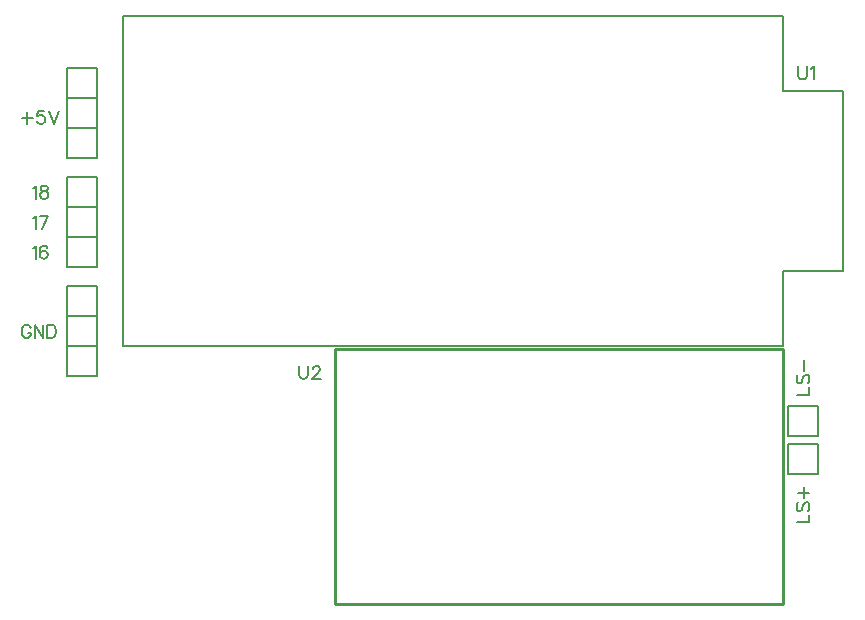
<source format=gto>
G04 Layer: TopSilkscreenLayer*
G04 EasyEDA v6.5.46, 2024-09-06 20:46:00*
G04 ee909672bfd0416e87b19a6d4beb8481,6b50037bb1584808a520f39feb1544fe,10*
G04 Gerber Generator version 0.2*
G04 Scale: 100 percent, Rotated: No, Reflected: No *
G04 Dimensions in millimeters *
G04 leading zeros omitted , absolute positions ,4 integer and 5 decimal *
%FSLAX45Y45*%
%MOMM*%

%ADD10C,0.1524*%
%ADD11C,0.2032*%
%ADD12C,0.2030*%
%ADD13C,0.2540*%
%ADD14C,0.1520*%

%LPD*%
D10*
X-6995883Y3242807D02*
G01*
X-6985469Y3247887D01*
X-6969975Y3263635D01*
X-6969975Y3154415D01*
X-6873455Y3247887D02*
G01*
X-6878535Y3258301D01*
X-6894029Y3263635D01*
X-6904443Y3263635D01*
X-6920191Y3258301D01*
X-6930605Y3242807D01*
X-6935685Y3216645D01*
X-6935685Y3190737D01*
X-6930605Y3169909D01*
X-6920191Y3159495D01*
X-6904443Y3154415D01*
X-6899363Y3154415D01*
X-6883869Y3159495D01*
X-6873455Y3169909D01*
X-6868121Y3185657D01*
X-6868121Y3190737D01*
X-6873455Y3206485D01*
X-6883869Y3216645D01*
X-6899363Y3221979D01*
X-6904443Y3221979D01*
X-6920191Y3216645D01*
X-6930605Y3206485D01*
X-6935685Y3190737D01*
X-6996087Y3497082D02*
G01*
X-6985673Y3502416D01*
X-6969925Y3517910D01*
X-6969925Y3408944D01*
X-6862991Y3517910D02*
G01*
X-6915061Y3408944D01*
X-6935635Y3517910D02*
G01*
X-6862991Y3517910D01*
X-6996087Y3751582D02*
G01*
X-6985673Y3756662D01*
X-6969925Y3772410D01*
X-6969925Y3663190D01*
X-6909727Y3772410D02*
G01*
X-6925221Y3767076D01*
X-6930555Y3756662D01*
X-6930555Y3746248D01*
X-6925221Y3736088D01*
X-6915061Y3730754D01*
X-6894233Y3725674D01*
X-6878485Y3720340D01*
X-6868071Y3709926D01*
X-6862991Y3699512D01*
X-6862991Y3684018D01*
X-6868071Y3673604D01*
X-6873405Y3668524D01*
X-6888899Y3663190D01*
X-6909727Y3663190D01*
X-6925221Y3668524D01*
X-6930555Y3673604D01*
X-6935635Y3684018D01*
X-6935635Y3699512D01*
X-6930555Y3709926D01*
X-6920141Y3720340D01*
X-6904647Y3725674D01*
X-6883819Y3730754D01*
X-6873405Y3736088D01*
X-6868071Y3746248D01*
X-6868071Y3756662D01*
X-6873405Y3767076D01*
X-6888899Y3772410D01*
X-6909727Y3772410D01*
X-4738115Y2245868D02*
G01*
X-4738115Y2167889D01*
X-4733036Y2152395D01*
X-4722621Y2141981D01*
X-4707128Y2136902D01*
X-4696713Y2136902D01*
X-4680965Y2141981D01*
X-4670552Y2152395D01*
X-4665471Y2167889D01*
X-4665471Y2245868D01*
X-4625847Y2219960D02*
G01*
X-4625847Y2225039D01*
X-4620768Y2235454D01*
X-4615687Y2240787D01*
X-4605273Y2245868D01*
X-4584445Y2245868D01*
X-4574031Y2240787D01*
X-4568697Y2235454D01*
X-4563618Y2225039D01*
X-4563618Y2214879D01*
X-4568697Y2204465D01*
X-4579112Y2188718D01*
X-4631181Y2136902D01*
X-4558537Y2136902D01*
X-513334Y4782312D02*
G01*
X-513334Y4704587D01*
X-508254Y4688839D01*
X-497839Y4678426D01*
X-482345Y4673345D01*
X-471931Y4673345D01*
X-456184Y4678426D01*
X-445770Y4688839D01*
X-440689Y4704587D01*
X-440689Y4782312D01*
X-406400Y4761737D02*
G01*
X-395986Y4766818D01*
X-380492Y4782312D01*
X-380492Y4673345D01*
X-528723Y2003374D02*
G01*
X-419757Y2003374D01*
X-419757Y2003374D02*
G01*
X-419757Y2065604D01*
X-513229Y2172792D02*
G01*
X-523643Y2162378D01*
X-528723Y2146884D01*
X-528723Y2126056D01*
X-523643Y2110308D01*
X-513229Y2099894D01*
X-502815Y2099894D01*
X-492401Y2105228D01*
X-487067Y2110308D01*
X-481987Y2120722D01*
X-471573Y2151964D01*
X-466493Y2162378D01*
X-461159Y2167458D01*
X-450745Y2172792D01*
X-435251Y2172792D01*
X-424837Y2162378D01*
X-419757Y2146884D01*
X-419757Y2126056D01*
X-424837Y2110308D01*
X-435251Y2099894D01*
X-466493Y2207082D02*
G01*
X-466493Y2300554D01*
X-528728Y922172D02*
G01*
X-419762Y922172D01*
X-419762Y922172D02*
G01*
X-419762Y984402D01*
X-513234Y1091590D02*
G01*
X-523648Y1081176D01*
X-528728Y1065682D01*
X-528728Y1044854D01*
X-523648Y1029106D01*
X-513234Y1018692D01*
X-502820Y1018692D01*
X-492406Y1024026D01*
X-487072Y1029106D01*
X-481992Y1039520D01*
X-471578Y1070762D01*
X-466498Y1081176D01*
X-461164Y1086256D01*
X-450750Y1091590D01*
X-435256Y1091590D01*
X-424842Y1081176D01*
X-419762Y1065682D01*
X-419762Y1044854D01*
X-424842Y1029106D01*
X-435256Y1018692D01*
X-513234Y1172616D02*
G01*
X-419762Y1172616D01*
X-466498Y1125880D02*
G01*
X-466498Y1219352D01*
X-7044674Y4392805D02*
G01*
X-7044674Y4299333D01*
X-7091410Y4346069D02*
G01*
X-6997938Y4346069D01*
X-6901164Y4408299D02*
G01*
X-6953234Y4408299D01*
X-6958314Y4361563D01*
X-6953234Y4366643D01*
X-6937740Y4371977D01*
X-6921992Y4371977D01*
X-6906498Y4366643D01*
X-6896084Y4356483D01*
X-6890750Y4340735D01*
X-6890750Y4330321D01*
X-6896084Y4314827D01*
X-6906498Y4304413D01*
X-6921992Y4299333D01*
X-6937740Y4299333D01*
X-6953234Y4304413D01*
X-6958314Y4309493D01*
X-6963648Y4319907D01*
X-6856460Y4408299D02*
G01*
X-6815058Y4299333D01*
X-6773402Y4408299D02*
G01*
X-6815058Y4299333D01*
X-7013422Y2569817D02*
G01*
X-7018756Y2580231D01*
X-7029170Y2590645D01*
X-7039330Y2595725D01*
X-7060158Y2595725D01*
X-7070572Y2590645D01*
X-7080986Y2580231D01*
X-7086320Y2569817D01*
X-7091400Y2554069D01*
X-7091400Y2528161D01*
X-7086320Y2512667D01*
X-7080986Y2502253D01*
X-7070572Y2491839D01*
X-7060158Y2486759D01*
X-7039330Y2486759D01*
X-7029170Y2491839D01*
X-7018756Y2502253D01*
X-7013422Y2512667D01*
X-7013422Y2528161D01*
X-7039330Y2528161D02*
G01*
X-7013422Y2528161D01*
X-6979132Y2595725D02*
G01*
X-6979132Y2486759D01*
X-6979132Y2595725D02*
G01*
X-6906488Y2486759D01*
X-6906488Y2595725D02*
G01*
X-6906488Y2486759D01*
X-6872198Y2595725D02*
G01*
X-6872198Y2486759D01*
X-6872198Y2595725D02*
G01*
X-6835876Y2595725D01*
X-6820128Y2590645D01*
X-6809714Y2580231D01*
X-6804634Y2569817D01*
X-6799300Y2554069D01*
X-6799300Y2528161D01*
X-6804634Y2512667D01*
X-6809714Y2502253D01*
X-6820128Y2491839D01*
X-6835876Y2486759D01*
X-6872198Y2486759D01*
D11*
X-6455663Y3084829D02*
G01*
X-6709663Y3084829D01*
X-6709663Y3338829D01*
X-6455663Y3338829D01*
X-6455663Y3148329D01*
D12*
X-6455663Y3084829D02*
G01*
X-6455663Y3148329D01*
D11*
X-6455663Y3339084D02*
G01*
X-6709663Y3339084D01*
X-6709663Y3593084D01*
X-6455663Y3593084D01*
X-6455663Y3402584D01*
D12*
X-6455663Y3339084D02*
G01*
X-6455663Y3402584D01*
D11*
X-6455663Y3593592D02*
G01*
X-6709663Y3593592D01*
X-6709663Y3847592D01*
X-6455663Y3847592D01*
X-6455663Y3657092D01*
D12*
X-6455663Y3593592D02*
G01*
X-6455663Y3657092D01*
D13*
X-4439996Y233502D02*
G01*
X-4439996Y2393492D01*
X-640003Y2393492D01*
X-640003Y233502D01*
X-4439996Y233502D01*
D14*
X-513085Y4578093D02*
G01*
X-513079Y4578095D01*
X-132079Y4578095D01*
X-132079Y3054095D01*
X-513079Y3054095D01*
D10*
X-513079Y4578095D02*
G01*
X-640079Y4578095D01*
X-640079Y5213095D01*
X-6228079Y5213095D01*
X-6228079Y2419095D01*
X-640079Y2419095D01*
X-640079Y3054095D01*
X-513079Y3054095D01*
D11*
X-349999Y1653796D02*
G01*
X-603999Y1653796D01*
X-603999Y1907796D01*
X-349999Y1907796D01*
X-349999Y1717296D01*
D12*
X-349999Y1653796D02*
G01*
X-349999Y1717296D01*
D11*
X-349999Y1335796D02*
G01*
X-603999Y1335796D01*
X-603999Y1589796D01*
X-349999Y1589796D01*
X-349999Y1399296D01*
D12*
X-349999Y1335796D02*
G01*
X-349999Y1399296D01*
D11*
X-6455587Y4515789D02*
G01*
X-6709587Y4515789D01*
X-6709587Y4769789D01*
X-6455587Y4769789D01*
X-6455587Y4579289D01*
D12*
X-6455587Y4515789D02*
G01*
X-6455587Y4579289D01*
D11*
X-6709587Y4261391D02*
G01*
X-6709587Y4515391D01*
X-6455587Y4515391D01*
X-6455587Y4261391D01*
X-6646087Y4261391D01*
D12*
X-6709587Y4261391D02*
G01*
X-6646087Y4261391D01*
D11*
X-6455587Y4006992D02*
G01*
X-6709587Y4006992D01*
X-6709587Y4260992D01*
X-6455587Y4260992D01*
X-6455587Y4070492D01*
D12*
X-6455587Y4006992D02*
G01*
X-6455587Y4070492D01*
D11*
X-6709587Y2416594D02*
G01*
X-6455587Y2416594D01*
X-6455587Y2162594D01*
X-6709587Y2162594D01*
X-6709587Y2353094D01*
D12*
X-6709587Y2416594D02*
G01*
X-6709587Y2353094D01*
D11*
X-6709587Y2670995D02*
G01*
X-6455587Y2670995D01*
X-6455587Y2416995D01*
X-6709587Y2416995D01*
X-6709587Y2607495D01*
D12*
X-6709587Y2670995D02*
G01*
X-6709587Y2607495D01*
D11*
X-6709587Y2925394D02*
G01*
X-6455587Y2925394D01*
X-6455587Y2671394D01*
X-6709587Y2671394D01*
X-6709587Y2861894D01*
D12*
X-6709587Y2925394D02*
G01*
X-6709587Y2861894D01*
M02*

</source>
